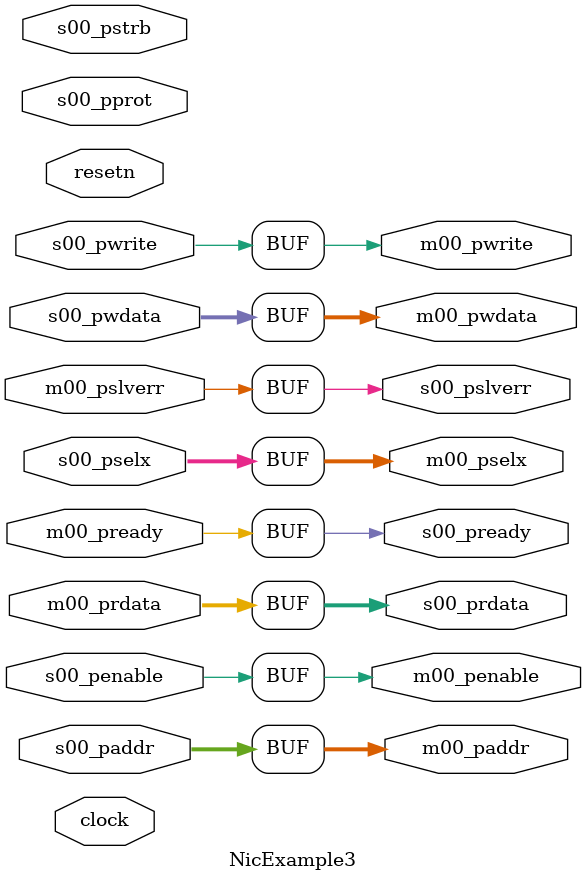
<source format=sv>
`default_nettype none

module NicExample3 #(
    parameter int S00_AW = 32,
    parameter int S00_DW = 32,
    parameter int M00_AW = 32,
    parameter int M00_DW = 32
)(
    input  var logic                clock,
    input  var logic                resetn,

    input  var logic [S00_AW-1 : 0] s00_paddr,
    input  var logic [2 : 0]        s00_pprot,
    input  var logic [3 : 0]        s00_pselx,
    input  var logic                s00_penable,
    input  var logic                s00_pwrite,
    input  var logic [S00_DW-1 : 0] s00_pwdata,
    input  var logic [S00_DW/8-1 : 0] s00_pstrb,
    output var logic                s00_pready,
    output var logic                s00_pslverr,
    output var logic [S00_DW-1 : 0] s00_prdata,

    output var logic [M00_AW-1 : 0] m00_paddr,
    output var logic [3 : 0]        m00_pselx,
    output var logic                m00_penable,
    output var logic                m00_pwrite,
    output var logic [M00_DW-1 : 0] m00_pwdata,
    input  var logic                m00_pready,
    input  var logic                m00_pslverr,
    input  var logic [M00_DW-1 : 0] m00_prdata
);

    always_comb begin
        m00_paddr = s00_paddr;
        m00_pselx = s00_pselx;
        m00_penable = s00_penable;
        m00_pwrite = s00_pwrite;
        m00_pwdata = s00_pwdata;
        s00_pready = m00_pready;
        s00_pslverr = m00_pslverr;
        s00_prdata = m00_prdata;
    end

endmodule : NicExample3

</source>
